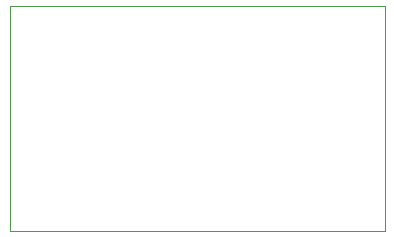
<source format=gbr>
G04 #@! TF.GenerationSoftware,KiCad,Pcbnew,5.1.2*
G04 #@! TF.CreationDate,2019-07-13T20:03:45+02:00*
G04 #@! TF.ProjectId,bbq10,62627131-302e-46b6-9963-61645f706362,rev?*
G04 #@! TF.SameCoordinates,Original*
G04 #@! TF.FileFunction,Profile,NP*
%FSLAX46Y46*%
G04 Gerber Fmt 4.6, Leading zero omitted, Abs format (unit mm)*
G04 Created by KiCad (PCBNEW 5.1.2) date 2019-07-13 20:03:45*
%MOMM*%
%LPD*%
G04 APERTURE LIST*
%ADD10C,0.050000*%
G04 APERTURE END LIST*
D10*
X130810000Y-3810000D02*
X130810000Y15240000D01*
X162560000Y-3810000D02*
X130810000Y-3810000D01*
X162560000Y15240000D02*
X162560000Y-3810000D01*
X130810000Y15240000D02*
X162560000Y15240000D01*
M02*

</source>
